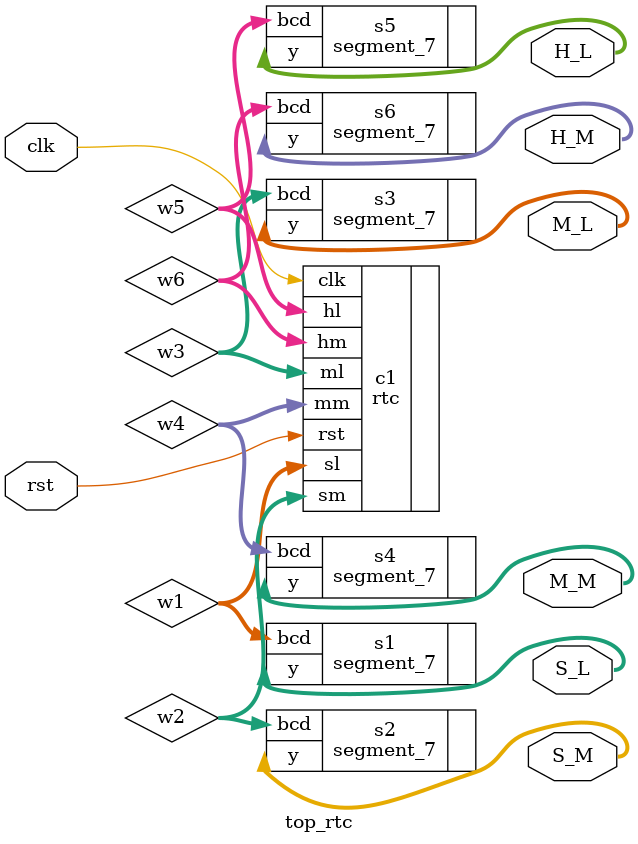
<source format=v>
module top_rtc(input rst, clk, output[6:0] S_L, S_M, M_L, M_M, H_L, H_M);
  wire[3:0]w1,w2,w3,w4,w5,w6;
  segment_7 s1(.bcd(w1),.y(S_L));
  segment_7 s2(.bcd(w2),.y(S_M));
  segment_7 s3(.bcd(w3),.y(M_L));
  segment_7 s4(.bcd(w4),.y(M_M));
  segment_7 s5(.bcd(w5),.y(H_L));
  segment_7 s6(.bcd(w6),.y(H_M));
  rtc c1(.clk(clk),.rst(rst),.sl(w1),.sm(w2),.ml(w3),.mm(w4),.hl(w5),.hm(w6));
endmodule
       

</source>
